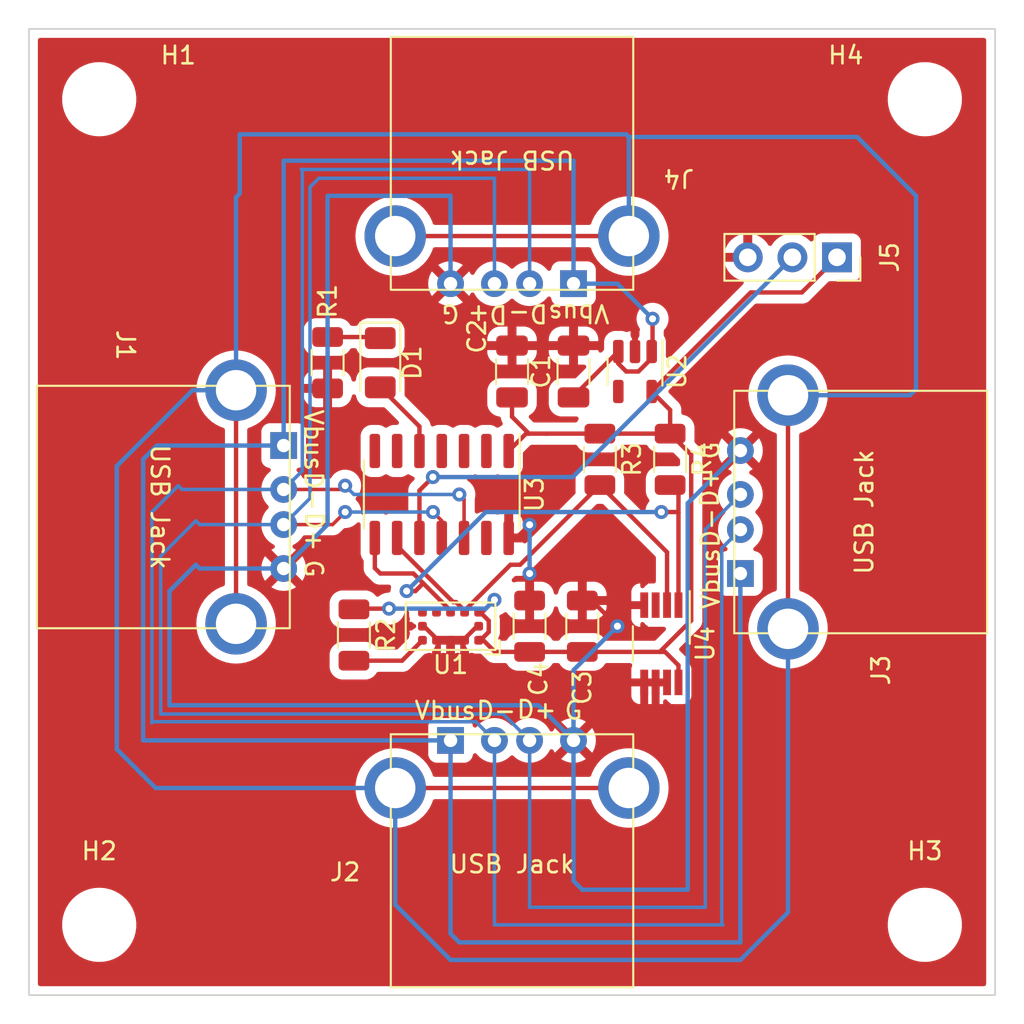
<source format=kicad_pcb>
(kicad_pcb (version 20211014) (generator pcbnew)
  (title_block (comment 4 "AISLER Project ID: PHQSXPLI"))
  (layers (0 "F.Cu" signal) (31 "B.Cu" signal) (34 "B.Paste" user) (35 "F.Paste" user) (36 "B.SilkS" user "B.Silkscreen") (37 "F.SilkS" user "F.Silkscreen") (38 "B.Mask" user) (39 "F.Mask" user) (44 "Edge.Cuts" user))
  (net 0 "")
  (net 1 "VCC")
  (net 2 "D-")
  (net 3 "D+")
  (net 4 "GND")
  (net 5 "+3V3")
  (net 6 "Net-(D1-Pad1)")
  (net 7 "Net-(D1-Pad2)")
  (net 8 "Shield")
  (net 9 "Net-(J5-Pad2)")
  (net 10 "Net-(U1-Pad5)")
  (net 11 "SCL")
  (net 12 "SDA")
  (footprint "Library_USB_A:Conn_USB_A_Jack" (layer "F.Cu") (at 76.5 63 90)
    (fp_text reference "J3" (at -9 8 90 unlocked) (layer "F.SilkS"))
    (fp_text value "USB_A")
    (fp_text user "G" (at 3.5 -1.7 90 unlocked) (layer "F.SilkS"))
    (fp_text user "D+" (at 1.4 -1.75 90 unlocked) (layer "F.SilkS"))
    (fp_text user "D-" (at -0.9 -1.7 90 unlocked) (layer "F.SilkS"))
    (fp_text user "USB Jack" (at 0 7.05 90 unlocked) (layer "F.SilkS"))
    (fp_text user "Vbus" (at -3.8 -1.7 90 unlocked) (layer "F.SilkS"))
    (fp_rect (start -6.9 -0.35) (end 6.9 14.05) (layer "F.SilkS") (width 0.12) (fill none))
    (pad "1" thru_hole rect (at -3.5 0 90) (size 1.524 1.524) (drill 0.762) (layers *.Cu *.Mask) (net 1 "VCC"))
    (pad "2" thru_hole circle (at -1 0 90) (size 1.524 1.524) (drill 0.762) (layers *.Cu *.Mask) (net 2 "D-"))
    (pad "3" thru_hole circle (at 1 0 90) (size 1.524 1.524) (drill 0.762) (layers *.Cu *.Mask) (net 3 "D+"))
    (pad "4" thru_hole circle (at 3.5 0 90) (size 1.524 1.524) (drill 0.762) (layers *.Cu *.Mask) (net 4 "GND"))
    (pad "5" thru_hole circle (at -6.65 2.71 90) (size 3.5 3.5) (drill 2.3) (layers *.Cu *.Mask) (net 8 "Shield"))
    (pad "5" thru_hole circle (at 6.65 2.71 90) (size 3.5 3.5) (drill 2.3) (layers *.Cu *.Mask) (net 8 "Shield"))
  )
  (footprint "Package_SO:SOIC-14_3.9x8.7mm_P1.27mm" (layer "F.Cu") (at 59.5 62 -90)
    (fp_text reference "U3" (at 0 -5.28 90) (layer "F.SilkS"))
    (fp_text value "ATtiny1614-SS")
    (fp_line (start 0 -4.435) (end 1.95 -4.435) (layer "F.SilkS") (width 0.12))
    (fp_line (start 0 -4.435) (end -3.45 -4.435) (layer "F.SilkS") (width 0.12))
    (fp_line (start 0 4.435) (end -1.95 4.435) (layer "F.SilkS") (width 0.12))
    (fp_line (start 0 4.435) (end 1.95 4.435) (layer "F.SilkS") (width 0.12))
    (pad "1" smd roundrect (at -2.475 -3.81 270) (size 1.95 0.6) (layers "F.Cu" "F.Paste" "F.Mask") (net 5 "+3V3"))
    (pad "2" smd roundrect (at -2.475 -2.54 270) (size 1.95 0.6) (layers "F.Cu" "F.Paste" "F.Mask"))
    (pad "3" smd roundrect (at -2.475 -1.27 270) (size 1.95 0.6) (layers "F.Cu" "F.Paste" "F.Mask"))
    (pad "4" smd roundrect (at -2.475 0 270) (size 1.95 0.6) (layers "F.Cu" "F.Paste" "F.Mask"))
    (pad "5" smd roundrect (at -2.475 1.27 270) (size 1.95 0.6) (layers "F.Cu" "F.Paste" "F.Mask") (net 7 "Net-(D1-Pad2)"))
    (pad "6" smd roundrect (at -2.475 2.54 270) (size 1.95 0.6) (layers "F.Cu" "F.Paste" "F.Mask"))
    (pad "7" smd roundrect (at -2.475 3.81 270) (size 1.95 0.6) (layers "F.Cu" "F.Paste" "F.Mask"))
    (pad "8" smd roundrect (at 2.475 3.81 270) (size 1.95 0.6) (layers "F.Cu" "F.Paste" "F.Mask") (net 12 "SDA"))
    (pad "9" smd roundrect (at 2.475 2.54 270) (size 1.95 0.6) (layers "F.Cu" "F.Paste" "F.Mask") (net 11 "SCL"))
    (pad "10" smd roundrect (at 2.475 1.27 270) (size 1.95 0.6) (layers "F.Cu" "F.Paste" "F.Mask") (net 9 "Net-(J5-Pad2)"))
    (pad "11" smd roundrect (at 2.475 0 270) (size 1.95 0.6) (layers "F.Cu" "F.Paste" "F.Mask") (net 3 "D+"))
    (pad "12" smd roundrect (at 2.475 -1.27 270) (size 1.95 0.6) (layers "F.Cu" "F.Paste" "F.Mask") (net 2 "D-"))
    (pad "13" smd roundrect (at 2.475 -2.54 270) (size 1.95 0.6) (layers "F.Cu" "F.Paste" "F.Mask"))
    (pad "14" smd roundrect (at 2.475 -3.81 270) (size 1.95 0.6) (layers "F.Cu" "F.Paste" "F.Mask") (net 4 "GND"))
  )
  (footprint "Package_SO:VSSOP-8_3.0x3.0mm_P0.65mm" (layer "F.Cu") (at 72 70.5 -90)
    (fp_text reference "U4" (at 0 -2.5 90) (layer "F.SilkS"))
    (fp_text value "LM75B")
    (fp_line (start 0 -1.62) (end -3 -1.62) (layer "F.SilkS") (width 0.12))
    (fp_line (start 1 1.62) (end -1 1.62) (layer "F.SilkS") (width 0.12))
    (pad "1" smd rect (at -2.2 -0.975 180) (size 0.45 1.45) (layers "F.Cu" "F.Paste" "F.Mask") (net 12 "SDA"))
    (pad "2" smd rect (at -2.2 -0.325 180) (size 0.45 1.45) (layers "F.Cu" "F.Paste" "F.Mask") (net 11 "SCL"))
    (pad "3" smd rect (at -2.2 0.325 180) (size 0.45 1.45) (layers "F.Cu" "F.Paste" "F.Mask"))
    (pad "4" smd rect (at -2.2 0.975 180) (size 0.45 1.45) (layers "F.Cu" "F.Paste" "F.Mask") (net 4 "GND"))
    (pad "5" smd rect (at 2.2 0.975 180) (size 0.45 1.45) (layers "F.Cu" "F.Paste" "F.Mask") (net 4 "GND"))
    (pad "6" smd rect (at 2.2 0.325 180) (size 0.45 1.45) (layers "F.Cu" "F.Paste" "F.Mask") (net 4 "GND"))
    (pad "7" smd rect (at 2.2 -0.325 180) (size 0.45 1.45) (layers "F.Cu" "F.Paste" "F.Mask") (net 4 "GND"))
    (pad "8" smd rect (at 2.2 -0.975 180) (size 0.45 1.45) (layers "F.Cu" "F.Paste" "F.Mask") (net 5 "+3V3"))
  )
  (footprint "Library_USB_A:Conn_USB_A_Jack" (layer "F.Cu") (at 63.5 76)
    (fp_text reference "J2" (at -9.5 7.5 unlocked) (layer "F.SilkS"))
    (fp_text value "USB_A")
    (fp_text user "USB Jack" (at 0 7.05 unlocked) (layer "F.SilkS"))
    (fp_text user "D-" (at -0.9 -1.7 unlocked) (layer "F.SilkS"))
    (fp_text user "D+" (at 1.4 -1.75 unlocked) (layer "F.SilkS"))
    (fp_text user "Vbus" (at -3.8 -1.7 unlocked) (layer "F.SilkS"))
    (fp_text user "G" (at 3.5 -1.7 unlocked) (layer "F.SilkS"))
    (fp_rect (start -6.9 -0.35) (end 6.9 14.05) (layer "F.SilkS") (width 0.12) (fill none))
    (pad "1" thru_hole rect (at -3.5 0) (size 1.524 1.524) (drill 0.762) (layers *.Cu *.Mask) (net 1 "VCC"))
    (pad "2" thru_hole circle (at -1 0) (size 1.524 1.524) (drill 0.762) (layers *.Cu *.Mask) (net 2 "D-"))
    (pad "3" thru_hole circle (at 1 0) (size 1.524 1.524) (drill 0.762) (layers *.Cu *.Mask) (net 3 "D+"))
    (pad "4" thru_hole circle (at 3.5 0) (size 1.524 1.524) (drill 0.762) (layers *.Cu *.Mask) (net 4 "GND"))
    (pad "5" thru_hole circle (at 6.65 2.71) (size 3.5 3.5) (drill 2.3) (layers *.Cu *.Mask) (net 8 "Shield"))
    (pad "5" thru_hole circle (at -6.65 2.71) (size 3.5 3.5) (drill 2.3) (layers *.Cu *.Mask) (net 8 "Shield"))
  )
  (footprint "Resistor_SMD:R_1206_3216Metric" (layer "F.Cu") (at 72.5 60 -90)
    (fp_text reference "R4" (at 0 -1.82 90) (layer "F.SilkS"))
    (fp_text value "4k7")
    (fp_line (start -0.727064 -0.91) (end 0.727064 -0.91) (layer "F.SilkS") (width 0.12))
    (fp_line (start -0.727064 0.91) (end 0.727064 0.91) (layer "F.SilkS") (width 0.12))
    (pad "1" smd roundrect (at -1.4625 0 270) (size 1.125 1.75) (layers "F.Cu" "F.Paste" "F.Mask") (roundrect_rratio 0.2222222222) (net 5 "+3V3"))
    (pad "2" smd roundrect (at 1.4625 0 270) (size 1.125 1.75) (layers "F.Cu" "F.Paste" "F.Mask") (roundrect_rratio 0.2222222222) (net 12 "SDA"))
  )
  (footprint "MountingHole:MountingHole_3.2mm_M3" (layer "F.Cu") (at 40 39.5)
    (fp_text reference "H1" (at 4.5 -2.5) (layer "F.SilkS"))
    (fp_text value "MountingHole")
    (pad "" np_thru_hole circle (at 0 0) (size 3.2 3.2) (drill 3.2) (layers *.Cu *.Mask))
  )
  (footprint "Connector_PinSocket_2.54mm:PinSocket_1x03_P2.54mm_Vertical" (layer "F.Cu") (at 82 48.5 -90)
    (fp_text reference "J5" (at 0 -3 90) (layer "F.SilkS"))
    (fp_text value "Conn_01x03_Female")
    (fp_line (start 1.33 1.27) (end 1.33 6.41) (layer "F.SilkS") (width 0.12))
    (fp_line (start -1.33 1.27) (end 1.33 1.27) (layer "F.SilkS") (width 0.12))
    (fp_line (start 0 -1.33) (end 1.33 -1.33) (layer "F.SilkS") (width 0.12))
    (fp_line (start -1.33 1.27) (end -1.33 6.41) (layer "F.SilkS") (width 0.12))
    (fp_line (start 1.33 -1.33) (end 1.33 0) (layer "F.SilkS") (width 0.12))
    (fp_line (start -1.33 6.41) (end 1.33 6.41) (layer "F.SilkS") (width 0.12))
    (pad "1" thru_hole rect (at 0 0 270) (size 1.7 1.7) (drill 1) (layers *.Cu *.Mask) (net 5 "+3V3"))
    (pad "2" thru_hole oval (at 0 2.54 270) (size 1.7 1.7) (drill 1) (layers *.Cu *.Mask) (net 9 "Net-(J5-Pad2)"))
    (pad "3" thru_hole oval (at 0 5.08 270) (size 1.7 1.7) (drill 1) (layers *.Cu *.Mask) (net 4 "GND"))
  )
  (footprint "Package_TO_SOT_SMD:SOT-23-5" (layer "F.Cu") (at 70.5 55 -90)
    (fp_text reference "U2" (at 0 -2.4 90) (layer "F.SilkS"))
    (fp_text value "LP5907MFX-3.3")
    (fp_line (start 0 1.56) (end 0.8 1.56) (layer "F.SilkS") (width 0.12))
    (fp_line (start 0 -1.56) (end 0.8 -1.56) (layer "F.SilkS") (width 0.12))
    (fp_line (start 0 1.56) (end -0.8 1.56) (layer "F.SilkS") (width 0.12))
    (fp_line (start 0 -1.56) (end -1.8 -1.56) (layer "F.SilkS") (width 0.12))
    (pad "1" smd roundrect (at -1.1375 -0.95 270) (size 1.325 0.6) (layers "F.Cu" "F.Paste" "F.Mask") (net 1 "VCC"))
    (pad "2" smd roundrect (at -1.1375 0 270) (size 1.325 0.6) (layers "F.Cu" "F.Paste" "F.Mask") (net 4 "GND"))
    (pad "3" smd roundrect (at -1.1375 0.95 270) (size 1.325 0.6) (layers "F.Cu" "F.Paste" "F.Mask") (net 1 "VCC"))
    (pad "4" smd roundrect (at 1.1375 0.95 270) (size 1.325 0.6) (layers "F.Cu" "F.Paste" "F.Mask"))
    (pad "5" smd roundrect (at 1.1375 -0.95 270) (size 1.325 0.6) (layers "F.Cu" "F.Paste" "F.Mask") (net 5 "+3V3"))
  )
  (footprint "LED_SMD:LED_1206_3216Metric" (layer "F.Cu") (at 56 54.5 -90)
    (fp_text reference "D1" (at 0 -1.82 90) (layer "F.SilkS"))
    (fp_text value "LED")
    (fp_line (start -2.285 -1.135) (end -2.285 1.135) (layer "F.SilkS") (width 0.12))
    (fp_line (start -2.285 1.135) (end 1.6 1.135) (layer "F.SilkS") (width 0.12))
    (fp_line (start 1.6 -1.135) (end -2.285 -1.135) (layer "F.SilkS") (width 0.12))
    (pad "1" smd roundrect (at -1.4 0 270) (size 1.25 1.75) (layers "F.Cu" "F.Paste" "F.Mask") (roundrect_rratio 0.2) (net 6 "Net-(D1-Pad1)"))
    (pad "2" smd roundrect (at 1.4 0 270) (size 1.25 1.75) (layers "F.Cu" "F.Paste" "F.Mask") (roundrect_rratio 0.2) (net 7 "Net-(D1-Pad2)"))
  )
  (footprint "Resistor_SMD:R_1206_3216Metric" (layer "F.Cu") (at 54.5 70 -90)
    (fp_text reference "R2" (at 0 -1.82 90) (layer "F.SilkS"))
    (fp_text value "10k")
    (fp_line (start -0.727064 0.91) (end 0.727064 0.91) (layer "F.SilkS") (width 0.12))
    (fp_line (start -0.727064 -0.91) (end 0.727064 -0.91) (layer "F.SilkS") (width 0.12))
    (pad "1" smd roundrect (at -1.4625 0 270) (size 1.125 1.75) (layers "F.Cu" "F.Paste" "F.Mask") (roundrect_rratio 0.2222222222) (net 5 "+3V3"))
    (pad "2" smd roundrect (at 1.4625 0 270) (size 1.125 1.75) (layers "F.Cu" "F.Paste" "F.Mask") (roundrect_rratio 0.2222222222) (net 10 "Net-(U1-Pad5)"))
  )
  (footprint "Library_USB_A:Conn_USB_A_Jack" (layer "F.Cu") (at 63.5 50 180)
    (fp_text reference "J4" (at -9.5 6 180 unlocked) (layer "F.SilkS"))
    (fp_text value "USB_A")
    (fp_text user "G" (at 3.5 -1.7 180 unlocked) (layer "F.SilkS"))
    (fp_text user "D+" (at 1.4 -1.75 180 unlocked) (layer "F.SilkS"))
    (fp_text user "D-" (at -0.9 -1.7 180 unlocked) (layer "F.SilkS"))
    (fp_text user "Vbus" (at -3.8 -1.7 180 unlocked) (layer "F.SilkS"))
    (fp_text user "USB Jack" (at 0 7.05 180 unlocked) (layer "F.SilkS"))
    (fp_rect (start -6.9 -0.35) (end 6.9 14.05) (layer "F.SilkS") (width 0.12) (fill none))
    (pad "1" thru_hole rect (at -3.5 0 180) (size 1.524 1.524) (drill 0.762) (layers *.Cu *.Mask) (net 1 "VCC"))
    (pad "2" thru_hole circle (at -1 0 180) (size 1.524 1.524) (drill 0.762) (layers *.Cu *.Mask) (net 2 "D-"))
    (pad "3" thru_hole circle (at 1 0 180) (size 1.524 1.524) (drill 0.762) (layers *.Cu *.Mask) (net 3 "D+"))
    (pad "4" thru_hole circle (at 3.5 0 180) (size 1.524 1.524) (drill 0.762) (layers *.Cu *.Mask) (net 4 "GND"))
    (pad "5" thru_hole circle (at -6.65 2.71 180) (size 3.5 3.5) (drill 2.3) (layers *.Cu *.Mask) (net 8 "Shield"))
    (pad "5" thru_hole circle (at 6.65 2.71 180) (size 3.5 3.5) (drill 2.3) (layers *.Cu *.Mask) (net 8 "Shield"))
  )
  (footprint "Sensor_Distance:ST_VL53L1x" (layer "F.Cu") (at 60 69.5 180)
    (fp_text reference "U1" (at 0 -2.2) (layer "F.SilkS"))
    (fp_text value "VL53L1CXV0FY1")
    (fp_line (start 2.55 -1.35) (end -2.55 -1.35) (layer "F.SilkS") (width 0.12))
    (fp_line (start -2.55 -1.35) (end -2.55 1.35) (layer "F.SilkS") (width 0.12))
    (fp_line (start -2.8 -1.6) (end -2 -1.6) (layer "F.SilkS") (width 0.12))
    (fp_line (start 2.55 1.35) (end 2.55 -1.35) (layer "F.SilkS") (width 0.12))
    (fp_line (start -2.55 1.35) (end 2.55 1.35) (layer "F.SilkS") (width 0.12))
    (fp_line (start -2.8 -0.8) (end -2.8 -1.6) (layer "F.SilkS") (width 0.12))
    (pad "1" smd roundrect (at -1.74 -0.675 180) (size 0.38 0.25) (layers "F.Cu" "F.Paste" "F.Mask") (net 5 "+3V3"))
    (pad "1" smd roundrect (at -1.6 -0.8 180) (size 0.5 0.5) (layers "F.Cu" "F.Paste" "F.Mask") (net 5 "+3V3"))
    (pad "2" smd roundrect (at -0.8 -0.8 180) (size 0.5 0.5) (layers "F.Cu" "F.Paste" "F.Mask") (net 4 "GND"))
    (pad "3" smd roundrect (at 0 -0.8 180) (size 0.5 0.5) (layers "F.Cu" "F.Paste" "F.Mask") (net 4 "GND"))
    (pad "4" smd roundrect (at 0.8 -0.8 180) (size 0.5 0.5) (layers "F.Cu" "F.Paste" "F.Mask") (net 4 "GND"))
    (pad "5" smd roundrect (at 1.6 -0.8 180) (size 0.5 0.5) (layers "F.Cu" "F.Paste" "F.Mask") (net 10 "Net-(U1-Pad5)"))
    (pad "6" smd roundrect (at 1.6 0 180) (size 0.5 0.5) (layers "F.Cu" "F.Paste" "F.Mask") (net 4 "GND"))
    (pad "7" smd roundrect (at 1.6 0.8 180) (size 0.5 0.5) (layers "F.Cu" "F.Paste" "F.Mask"))
    (pad "8" smd roundrect (at 0.8 0.8 180) (size 0.5 0.5) (layers "F.Cu" "F.Paste" "F.Mask"))
    (pad "9" smd roundrect (at 0 0.8 180) (size 0.5 0.5) (layers "F.Cu" "F.Paste" "F.Mask") (net 12 "SDA"))
    (pad "10" smd roundrect (at -0.8 0.8 180) (size 0.5 0.5) (layers "F.Cu" "F.Paste" "F.Mask") (net 11 "SCL"))
    (pad "11" smd roundrect (at -1.6 0.8 180) (size 0.5 0.5) (layers "F.Cu" "F.Paste" "F.Mask") (net 5 "+3V3"))
    (pad "12" smd roundrect (at -1.6 0 180) (size 0.5 0.5) (layers "F.Cu" "F.Paste" "F.Mask") (net 4 "GND"))
  )
  (footprint "Resistor_SMD:R_1206_3216Metric" (layer "F.Cu") (at 64.5 69.5 90)
    (fp_text reference "C4" (at -3 0.5 90) (layer "F.SilkS"))
    (fp_text value "4.7u")
    (fp_line (start -0.727064 -0.91) (end 0.727064 -0.91) (layer "F.SilkS") (width 0.12))
    (fp_line (start -0.727064 0.91) (end 0.727064 0.91) (layer "F.SilkS") (width 0.12))
    (pad "1" smd roundrect (at -1.4625 0 90) (size 1.125 1.75) (layers "F.Cu" "F.Paste" "F.Mask") (roundrect_rratio 0.2222222222) (net 5 "+3V3"))
    (pad "2" smd roundrect (at 1.4625 0 90) (size 1.125 1.75) (layers "F.Cu" "F.Paste" "F.Mask") (roundrect_rratio 0.2222222222) (net 4 "GND"))
  )
  (footprint "MountingHole:MountingHole_3.2mm_M3" (layer "F.Cu") (at 87 86.5)
    (fp_text reference "H3" (at 0 -4.2) (layer "F.SilkS"))
    (fp_text value "MountingHole")
    (pad "" np_thru_hole circle (at 0 0) (size 3.2 3.2) (drill 3.2) (layers *.Cu *.Mask))
  )
  (footprint "Resistor_SMD:R_1206_3216Metric" (layer "F.Cu") (at 53 54.5 -90)
    (fp_text reference "R1" (at -3.5 0 90) (layer "F.SilkS"))
    (fp_text value "75")
    (fp_line (start -0.727064 -0.91) (end 0.727064 -0.91) (layer "F.SilkS") (width 0.12))
    (fp_line (start -0.727064 0.91) (end 0.727064 0.91) (layer "F.SilkS") (width 0.12))
    (pad "1" smd roundrect (at -1.4625 0 270) (size 1.125 1.75) (layers "F.Cu" "F.Paste" "F.Mask") (roundrect_rratio 0.2222222222) (net 6 "Net-(D1-Pad1)"))
    (pad "2" smd roundrect (at 1.4625 0 270) (size 1.125 1.75) (layers "F.Cu" "F.Paste" "F.Mask") (roundrect_rratio 0.2222222222) (net 4 "GND"))
  )
  (footprint "Resistor_SMD:R_1206_3216Metric" (layer "F.Cu") (at 68.5 60 -90)
    (fp_text reference "R3" (at 0 -1.82 90) (layer "F.SilkS"))
    (fp_text value "4k7")
    (fp_line (start -0.727064 -0.91) (end 0.727064 -0.91) (layer "F.SilkS") (width 0.12))
    (fp_line (start -0.727064 0.91) (end 0.727064 0.91) (layer "F.SilkS") (width 0.12))
    (pad "1" smd roundrect (at -1.4625 0 270) (size 1.125 1.75) (layers "F.Cu" "F.Paste" "F.Mask") (roundrect_rratio 0.2222222222) (net 5 "+3V3"))
    (pad "2" smd roundrect (at 1.4625 0 270) (size 1.125 1.75) (layers "F.Cu" "F.Paste" "F.Mask") (roundrect_rratio 0.2222222222) (net 11 "SCL"))
  )
  (footprint "MountingHole:MountingHole_3.2mm_M3" (layer "F.Cu") (at 40 86.5)
    (fp_text reference "H2" (at 0 -4.2) (layer "F.SilkS"))
    (fp_text value "MountingHole")
    (pad "" np_thru_hole circle (at 0 0) (size 3.2 3.2) (drill 3.2) (layers *.Cu *.Mask))
  )
  (footprint "MountingHole:MountingHole_3.2mm_M3" (layer "F.Cu") (at 87 39.5)
    (fp_text reference "H4" (at -4.5 -2.5) (layer "F.SilkS"))
    (fp_text value "MountingHole")
    (pad "" np_thru_hole circle (at 0 0) (size 3.2 3.2) (drill 3.2) (layers *.Cu *.Mask))
  )
  (footprint "Capacitor_SMD:C_1206_3216Metric" (layer "F.Cu") (at 67 55 90)
    (fp_text reference "C1" (at 0 -1.85 90) (layer "F.SilkS"))
    (fp_text value "1u")
    (fp_line (start -0.711252 -0.91) (end 0.711252 -0.91) (layer "F.SilkS") (width 0.12))
    (fp_line (start -0.711252 0.91) (end 0.711252 0.91) (layer "F.SilkS") (width 0.12))
    (pad "1" smd roundrect (at -1.475 0 90) (size 1.15 1.8) (layers "F.Cu" "F.Paste" "F.Mask") (roundrect_rratio 0.2173913043) (net 1 "VCC"))
    (pad "2" smd roundrect (at 1.475 0 90) (size 1.15 1.8) (layers "F.Cu" "F.Paste" "F.Mask") (roundrect_rratio 0.2173913043) (net 4 "GND"))
  )
  (footprint "Resistor_SMD:R_1206_3216Metric" (layer "F.Cu") (at 67.5 69.5 90)
    (fp_text reference "C3" (at -3.5 0 90) (layer "F.SilkS"))
    (fp_text value "100n")
    (fp_line (start -0.727064 0.91) (end 0.727064 0.91) (layer "F.SilkS") (width 0.12))
    (fp_line (start -0.727064 -0.91) (end 0.727064 -0.91) (layer "F.SilkS") (width 0.12))
    (pad "1" smd roundrect (at -1.4625 0 90) (size 1.125 1.75) (layers "F.Cu" "F.Paste" "F.Mask") (roundrect_rratio 0.2222222222) (net 5 "+3V3"))
    (pad "2" smd roundrect (at 1.4625 0 90) (size 1.125 1.75) (layers "F.Cu" "F.Paste" "F.Mask") (roundrect_rratio 0.2222222222) (net 4 "GND"))
  )
  (footprint "Capacitor_SMD:C_1206_3216Metric" (layer "F.Cu") (at 63.5 55 90)
    (fp_text reference "C2" (at 2 -2 90) (layer "F.SilkS"))
    (fp_text value "1u")
    (fp_line (start -0.711252 0.91) (end 0.711252 0.91) (layer "F.SilkS") (width 0.12))
    (fp_line (start -0.711252 -0.91) (end 0.711252 -0.91) (layer "F.SilkS") (width 0.12))
    (pad "1" smd roundrect (at -1.475 0 90) (size 1.15 1.8) (layers "F.Cu" "F.Paste" "F.Mask") (roundrect_rratio 0.2173913043) (net 5 "+3V3"))
    (pad "2" smd roundrect (at 1.475 0 90) (size 1.15 1.8) (layers "F.Cu" "F.Paste" "F.Mask") (roundrect_rratio 0.2173913043) (net 4 "GND"))
  )
  (footprint "Library_USB_A:Conn_USB_A_Jack" (layer "F.Cu") (at 50.5 62.715 -90)
    (fp_text reference "J1" (at -9.215 9 -90 unlocked) (layer "F.SilkS"))
    (fp_text value "USB_A")
    (fp_text user "Vbus" (at -3.8 -1.7 -90 unlocked) (layer "F.SilkS"))
    (fp_text user "USB Jack" (at 0 7.05 -90 unlocked) (layer "F.SilkS"))
    (fp_text user "D+" (at 1.4 -1.75 -90 unlocked) (layer "F.SilkS"))
    (fp_text user "G" (at 3.5 -1.7 -90 unlocked) (layer "F.SilkS"))
    (fp_text user "D-" (at -0.9 -1.7 -90 unlocked) (layer "F.SilkS"))
    (fp_rect (start -6.9 -0.35) (end 6.9 14.05) (layer "F.SilkS") (width 0.12) (fill none))
    (pad "1" thru_hole rect (at -3.5 0 270) (size 1.524 1.524) (drill 0.762) (layers *.Cu *.Mask) (net 1 "VCC"))
    (pad "2" thru_hole circle (at -1 0 270) (size 1.524 1.524) (drill 0.762) (layers *.Cu *.Mask) (net 2 "D-"))
    (pad "3" thru_hole circle (at 1 0 270) (size 1.524 1.524) (drill 0.762) (layers *.Cu *.Mask) (net 3 "D+"))
    (pad "4" thru_hole circle (at 3.5 0 270) (size 1.524 1.524) (drill 0.762) (layers *.Cu *.Mask) (net 4 "GND"))
    (pad "5" thru_hole circle (at 6.65 2.71 270) (size 3.5 3.5) (drill 2.3) (layers *.Cu *.Mask) (net 8 "Shield"))
    (pad "5" thru_hole circle (at -6.65 2.71 270) (size 3.5 3.5) (drill 2.3) (layers *.Cu *.Mask) (net 8 "Shield"))
  )
  (gr_rect (start 36 35.5) (end 91 90.5) (layer "Edge.Cuts") (width 0.1) (fill none))
  (segment (start 71.45 53.8625) (end 71.45 54.246072) (width 0.25) (layer "F.Cu") (net 1))
  (segment (start 71.5 53.8125) (end 71.45 53.8625) (width 0.25) (layer "F.Cu") (net 1))
  (segment (start 67 56.475) (end 67 56.4125) (width 0.25) (layer "F.Cu") (net 1))
  (segment (start 71.5 52) (end 71.5 53.8125) (width 0.25) (layer "F.Cu") (net 1))
  (segment (start 70 55) (end 69.55 54.55) (width 0.25) (layer "F.Cu") (net 1))
  (segment (start 69.55 54.55) (end 69.55 53.8625) (width 0.25) (layer "F.Cu") (net 1))
  (segment (start 67 56.4125) (end 69.55 53.8625) (width 0.25) (layer "F.Cu") (net 1))
  (segment (start 71.45 54.246072) (end 70.696072 55) (width 0.25) (layer "F.Cu") (net 1))
  (segment (start 70.696072 55) (end 70 55) (width 0.25) (layer "F.Cu") (net 1))
  (via (at 71.5 52) (size 0.8) (drill 0.4) (layers "F.Cu" "B.Cu") (net 1))
  (segment (start 76.5 66.5) (end 76.5 87.5) (width 0.25) (layer "B.Cu") (net 1))
  (segment (start 42.5 60) (end 43.285 59.215) (width 0.25) (layer "B.Cu") (net 1))
  (segment (start 67 50) (end 69.5 50) (width 0.25) (layer "B.Cu") (net 1))
  (segment (start 45.715 59.215) (end 50.5 59.215) (width 0.25) (layer "B.Cu") (net 1))
  (segment (start 43.285 59.215) (end 45.715 59.215) (width 0.25) (layer "B.Cu") (net 1))
  (segment (start 60 87) (end 60 76) (width 0.25) (layer "B.Cu") (net 1))
  (segment (start 67 43) (end 67 50) (width 0.25) (layer "B.Cu") (net 1))
  (segment (start 69.5 50) (end 71.5 52) (width 0.25) (layer "B.Cu") (net 1))
  (segment (start 50.5 59.215) (end 50.5 43) (width 0.25) (layer "B.Cu") (net 1))
  (segment (start 76.5 87.5) (end 60.5 87.5) (width 0.25) (layer "B.Cu") (net 1))
  (segment (start 60 76) (end 42.5 76) (width 0.25) (layer "B.Cu") (net 1))
  (segment (start 60.5 87.5) (end 60 87) (width 0.25) (layer "B.Cu") (net 1))
  (segment (start 42.5 76) (end 42.5 60) (width 0.25) (layer "B.Cu") (net 1))
  (segment (start 50.5 43) (end 67 43) (width 0.25) (layer "B.Cu") (net 1))
  (segment (start 54 61.5) (end 53.785 61.715) (width 0.2) (layer "F.Cu") (net 2))
  (segment (start 60.77 62.27) (end 60.5 62) (width 0.2) (layer "F.Cu") (net 2))
  (segment (start 53.785 61.715) (end 50.5 61.715) (width 0.2) (layer "F.Cu") (net 2))
  (segment (start 60.77 64.475) (end 60.77 62.27) (width 0.2) (layer "F.Cu") (net 2))
  (via (at 60.5 62) (size 0.8) (drill 0.4) (layers "F.Cu" "B.Cu") (net 2))
  (via (at 54 61.5) (size 0.8) (drill 0.4) (layers "F.Cu" "B.Cu") (net 2))
  (segment (start 76.5 64) (end 75.438489 65.061511) (width 0.2) (layer "B.Cu") (net 2))
  (segment (start 75.438489 86.438489) (end 75.5 86.5) (width 0.2) (layer "B.Cu") (net 2))
  (segment (start 54.5 62) (end 54 61.5) (width 0.2) (layer "B.Cu") (net 2))
  (segment (start 50.5 61.715) (end 51.561511 60.653489) (width 0.2) (layer "B.Cu") (net 2))
  (segment (start 62.5 76) (end 61.438489 74.938489) (width 0.2) (layer "B.Cu") (net 2))
  (segment (start 43 75) (end 43 63) (width 0.2) (layer "B.Cu") (net 2))
  (segment (start 75.5 86.5) (end 62.5 86.5) (width 0.2) (layer "B.Cu") (net 2))
  (segment (start 51.5 43.5) (end 64.5 43.5) (width 0.2) (layer "B.Cu") (net 2))
  (segment (start 75.438489 65.061511) (end 75.438489 86.438489) (width 0.2) (layer "B.Cu") (net 2))
  (segment (start 43 63) (end 44.5 61.5) (width 0.2) (layer "B.Cu") (net 2))
  (segment (start 51.561511 43.561511) (end 51.5 43.5) (width 0.2) (layer "B.Cu") (net 2))
  (segment (start 44.5 61.5) (end 44.715 61.715) (width 0.2) (layer "B.Cu") (net 2))
  (segment (start 61.438489 74.938489) (end 43.061511 74.938489) (width 0.2) (layer "B.Cu") (net 2))
  (segment (start 43.061511 74.938489) (end 43 75) (width 0.2) (layer "B.Cu") (net 2))
  (segment (start 44.715 61.715) (end 50.5 61.715) (width 0.2) (layer "B.Cu") (net 2))
  (segment (start 51.561511 60.653489) (end 51.561511 43.561511) (width 0.2) (layer "B.Cu") (net 2))
  (segment (start 60.5 62) (end 54.5 62) (width 0.2) (layer "B.Cu") (net 2))
  (segment (start 64.5 43.5) (end 64.5 50) (width 0.2) (layer "B.Cu") (net 2))
  (segment (start 62.5 86.5) (end 62.5 76) (width 0.2) (layer "B.Cu") (net 2))
  (segment (start 59.5 64.475) (end 59.5 63.5) (width 0.2) (layer "F.Cu") (net 3))
  (segment (start 54 63) (end 53.285 63.715) (width 0.2) (layer "F.Cu") (net 3))
  (segment (start 53.285 63.715) (end 50.5 63.715) (width 0.2) (layer "F.Cu") (net 3))
  (segment (start 59.5 63.5) (end 59 63) (width 0.2) (layer "F.Cu") (net 3))
  (via (at 54 63) (size 0.8) (drill 0.4) (layers "F.Cu" "B.Cu") (net 3))
  (via (at 59 63) (size 0.8) (drill 0.4) (layers "F.Cu" "B.Cu") (net 3))
  (segment (start 59 63) (end 54 63) (width 0.2) (layer "B.Cu") (net 3))
  (segment (start 64.5 85.5) (end 64.5 76) (width 0.2) (layer "B.Cu") (net 3))
  (segment (start 52.5 44) (end 62.5 44) (width 0.2) (layer "B.Cu") (net 3))
  (segment (start 64.5 76) (end 63 74.5) (width 0.2) (layer "B.Cu") (net 3))
  (segment (start 43.5 65.5) (end 45.5 63.5) (width 0.2) (layer "B.Cu") (net 3))
  (segment (start 43.5 74.5) (end 43.5 65.5) (width 0.2) (layer "B.Cu") (net 3))
  (segment (start 52 44.5) (end 52.5 44) (width 0.2) (layer "B.Cu") (net 3))
  (segment (start 50.5 63.715) (end 52 62.215) (width 0.2) (layer "B.Cu") (net 3))
  (segment (start 62.5 44) (end 62.5 50) (width 0.2) (layer "B.Cu") (net 3))
  (segment (start 63 74.5) (end 43.5 74.5) (width 0.2) (layer "B.Cu") (net 3))
  (segment (start 45.5 63.5) (end 45.715 63.715) (width 0.2) (layer "B.Cu") (net 3))
  (segment (start 74.5 64) (end 74.5 85.5) (width 0.2) (layer "B.Cu") (net 3))
  (segment (start 76.5 62) (end 74.5 64) (width 0.2) (layer "B.Cu") (net 3))
  (segment (start 45.715 63.715) (end 50.5 63.715) (width 0.2) (layer "B.Cu") (net 3))
  (segment (start 52 62.215) (end 52 44.5) (width 0.2) (layer "B.Cu") (net 3))
  (segment (start 74.5 85.5) (end 64.5 85.5) (width 0.2) (layer "B.Cu") (net 3))
  (segment (start 59.2 70.214283) (end 59.2 70.3) (width 0.25) (layer "F.Cu") (net 4))
  (segment (start 58.4 69.5) (end 58.485717 69.5) (width 0.25) (layer "F.Cu") (net 4))
  (segment (start 60.8 70.214283) (end 60.8 70.3) (width 0.25) (layer "F.Cu") (net 4))
  (segment (start 67.5 68.0375) (end 68.0375 68.0375) (width 0.25) (layer "F.Cu") (net 4))
  (segment (start 61.514283 69.5) (end 60.8 70.214283) (width 0.25) (layer "F.Cu") (net 4))
  (segment (start 63.7495 64.475) (end 64.5 63.7245) (width 0.25) (layer "F.Cu") (net 4))
  (segment (start 63.31 64.475) (end 63.7495 64.475) (width 0.25) (layer "F.Cu") (net 4))
  (segment (start 61.6 69.5) (end 61.514283 69.5) (width 0.25) (layer "F.Cu") (net 4))
  (segment (start 68.0375 68.0375) (end 69.5 69.5) (width 0.25) (layer "F.Cu") (net 4))
  (segment (start 58.485717 69.5) (end 59.2 70.214283) (width 0.25) (layer "F.Cu") (net 4))
  (via (at 64.5 63.7245) (size 0.8) (drill 0.4) (layers "F.Cu" "B.Cu") (net 4))
  (via (at 64.5 66.5) (size 0.8) (drill 0.4) (layers "F.Cu" "B.Cu") (net 4))
  (via (at 69.5 69.5) (size 0.8) (drill 0.4) (layers "F.Cu" "B.Cu") (net 4))
  (segment (start 67 84) (end 67 76) (width 0.25) (layer "B.Cu") (net 4))
  (segment (start 45.715 66.215) (end 50.5 66.215) (width 0.25) (layer "B.Cu") (net 4))
  (segment (start 64.5 63.7245) (end 64.5 66.5) (width 0.25) (layer "B.Cu") (net 4))
  (segment (start 45.5 66) (end 45.715 66.215) (width 0.25) (layer "B.Cu") (net 4))
  (segment (start 69.5 69.5) (end 67 72) (width 0.25) (layer "B.Cu") (net 4))
  (segment (start 67.5 84.5) (end 67 84) (width 0.25) (layer "B.Cu") (net 4))
  (segment (start 67 72) (end 67 76) (width 0.25) (layer "B.Cu") (net 4))
  (segment (start 53 45) (end 60 45) (width 0.25) (layer "B.Cu") (net 4))
  (segment (start 65 74) (end 44 74) (width 0.25) (layer "B.Cu") (net 4))
  (segment (start 44 67.5) (end 45.5 66) (width 0.25) (layer "B.Cu") (net 4))
  (segment (start 76.5 59.5) (end 73.5 62.5) (width 0.25) (layer "B.Cu") (net 4))
  (segment (start 44 74) (end 44 67.5) (width 0.25) (layer "B.Cu") (net 4))
  (segment (start 60 45) (end 60 50) (width 0.25) (layer "B.Cu") (net 4))
  (segment (start 50.5 66.215) (end 53 63.715) (width 0.25) (layer "B.Cu") (net 4))
  (segment (start 53 63.715) (end 53 45) (width 0.25) (layer "B.Cu") (net 4))
  (segment (start 67 76) (end 65 74) (width 0.25) (layer "B.Cu") (net 4))
  (segment (start 73.5 62.5) (end 73.5 84.5) (width 0.25) (layer "B.Cu") (net 4))
  (segment (start 73.5 84.5) (end 67.5 84.5) (width 0.25) (layer "B.Cu") (net 4))
  (segment (start 71.911522 70.9625) (end 73.69952 69.174502) (width 0.25) (layer "F.Cu") (net 5))
  (segment (start 67.5 70.9625) (end 71.911522 70.9625) (width 0.25) (layer "F.Cu") (net 5))
  (segment (start 62.17452 69.82548) (end 61.7 70.3) (width 0.25) (layer "F.Cu") (net 5))
  (segment (start 61.6 68.7) (end 61.685717 68.7) (width 0.25) (layer "F.Cu") (net 5))
  (segment (start 61.7 70.3) (end 61.6 70.3) (width 0.25) (layer "F.Cu") (net 5))
  (segment (start 72.975 71.725) (end 72.2125 70.9625) (width 0.25) (layer "F.Cu") (net 5))
  (segment (start 72.975 72.7) (end 72.975 71.725) (width 0.25) (layer "F.Cu") (net 5))
  (segment (start 61.8 68.7) (end 62.5 68) (width 0.25) (layer "F.Cu") (net 5))
  (segment (start 65.4625 58.5375) (end 64.4625 58.5375) (width 0.25) (layer "F.Cu") (net 5))
  (segment (start 56.5 68.5) (end 54.5375 68.5) (width 0.25) (layer "F.Cu") (net 5))
  (segment (start 63.5 57.575) (end 64.4625 58.5375) (width 0.25) (layer "F.Cu") (net 5))
  (segment (start 77.0875 50.5) (end 71.45 56.1375) (width 0.25) (layer "F.Cu") (net 5))
  (segment (start 64.2975 58.5375) (end 63.31 59.525) (width 0.25) (layer "F.Cu") (net 5))
  (segment (start 64.5 70.9625) (end 62.5275 70.9625) (width 0.25) (layer "F.Cu") (net 5))
  (segment (start 63.5 56.475) (end 63.5 57.575) (width 0.25) (layer "F.Cu") (net 5))
  (segment (start 61.685717 68.7) (end 62.17452 69.188803) (width 0.25) (layer "F.Cu") (net 5))
  (segment (start 62.5275 70.9625) (end 61.74 70.175) (width 0.25) (layer "F.Cu") (net 5))
  (segment (start 73.69952 69.174502) (end 73.69952 59.73702) (width 0.25) (layer "F.Cu") (net 5))
  (segment (start 62.17452 69.188803) (end 62.17452 69.82548) (width 0.25) (layer "F.Cu") (net 5))
  (segment (start 54.5375 68.5) (end 54.5 68.5375) (width 0.25) (layer "F.Cu") (net 5))
  (segment (start 72.5 57.1875) (end 71.45 56.1375) (width 0.25) (layer "F.Cu") (net 5))
  (segment (start 68.5 58.5375) (end 72.5 58.5375) (width 0.25) (layer "F.Cu") (net 5))
  (segment (start 61.6 68.7) (end 61.8 68.7) (width 0.25) (layer "F.Cu") (net 5))
  (segment (start 72.5 58.5375) (end 72.5 57.1875) (width 0.25) (layer "F.Cu") (net 5))
  (segment (start 68.5 58.5375) (end 65.4625 58.5375) (width 0.25) (layer "F.Cu") (net 5))
  (segment (start 82 48.5) (end 80 50.5) (width 0.25) (layer "F.Cu") (net 5))
  (segment (start 64.4625 58.5375) (end 64.2975 58.5375) (width 0.25) (layer "F.Cu") (net 5))
  (segment (start 80 50.5) (end 77.0875 50.5) (width 0.25) (layer "F.Cu") (net 5))
  (segment (start 73.69952 59.73702) (end 72.5 58.5375) (width 0.25) (layer "F.Cu") (net 5))
  (segment (start 64.5 70.9625) (end 67.5 70.9625) (width 0.25) (layer "F.Cu") (net 5))
  (segment (start 72.2125 70.9625) (end 71.911522 70.9625) (width 0.25) (layer "F.Cu") (net 5))
  (via (at 62.5 68) (size 0.8) (drill 0.4) (layers "F.Cu" "B.Cu") (net 5))
  (via (at 56.5 68.5) (size 0.8) (drill 0.4) (layers "F.Cu" "B.Cu") (net 5))
  (segment (start 62 68.5) (end 56.5 68.5) (width 0.25) (layer "B.Cu") (net 5))
  (segment (start 62.5 68) (end 62 68.5) (width 0.25) (layer "B.Cu") (net 5))
  (segment (start 53 53.0375) (end 55.9375 53.0375) (width 0.25) (layer "F.Cu") (net 6))
  (segment (start 55.9375 53.0375) (end 56 53.1) (width 0.25) (layer "F.Cu") (net 6))
  (segment (start 58.23 58.13) (end 56 55.9) (width 0.25) (layer "F.Cu") (net 7))
  (segment (start 58.23 59.525) (end 58.23 58.13) (width 0.25) (layer "F.Cu") (net 7))
  (segment (start 47.79 56.065) (end 47.79 69.365) (width 0.25) (layer "F.Cu") (net 8))
  (segment (start 79.21 69.65) (end 79.21 56.35) (width 0.25) (layer "F.Cu") (net 8))
  (segment (start 56.85 78.71) (end 70.15 78.71) (width 0.25) (layer "F.Cu") (net 8))
  (segment (start 56.85 47.29) (end 70.15 47.29) (width 0.25) (layer "F.Cu") (net 8))
  (segment (start 60 88.5) (end 56.85 85.35) (width 0.25) (layer "B.Cu") (net 8))
  (segment (start 41 76.5) (end 41 60.380127) (width 0.25) (layer "B.Cu") (net 8))
  (segment (start 41 60.380127) (end 45.315127 56.065) (width 0.25) (layer "B.Cu") (net 8))
  (segment (start 70.15 41.65) (end 70.15 47.29) (width 0.25) (layer "B.Cu") (net 8))
  (segment (start 86.5 56) (end 86.15 56.35) (width 0.25) (layer "B.Cu") (net 8))
  (segment (start 56.85 78.71) (end 43.21 78.71) (width 0.25) (layer "B.Cu") (net 8))
  (segment (start 76.5 88.5) (end 60 88.5) (width 0.25) (layer "B.Cu") (net 8))
  (segment (start 43.21 78.71) (end 41 76.5) (width 0.25) (layer "B.Cu") (net 8))
  (segment (start 45.315127 56.065) (end 47.79 56.065) (width 0.25) (layer "B.Cu") (net 8))
  (segment (start 47.79 56.065) (end 47.79 45.074283) (width 0.25) (layer "B.Cu") (net 8))
  (segment (start 86.15 56.35) (end 79.21 56.35) (width 0.25) (layer "B.Cu") (net 8))
  (segment (start 79.21 85.79) (end 76.5 88.5) (width 0.25) (layer "B.Cu") (net 8))
  (segment (start 47.79 45.074283) (end 48 44.864283) (width 0.25) (layer "B.Cu") (net 8))
  (segment (start 70 41.5) (end 70.15 41.65) (width 0.25) (layer "B.Cu") (net 8))
  (segment (start 79.21 69.65) (end 79.21 85.79) (width 0.25) (layer "B.Cu") (net 8))
  (segment (start 70.15 41.65) (end 83.15 41.65) (width 0.25) (layer "B.Cu") (net 8))
  (segment (start 48 44.864283) (end 48 41.5) (width 0.25) (layer "B.Cu") (net 8))
  (segment (start 83.15 41.65) (end 86.5 45) (width 0.25) (layer "B.Cu") (net 8))
  (segment (start 56.85 85.35) (end 56.85 78.71) (width 0.25) (layer "B.Cu") (net 8))
  (segment (start 48 41.5) (end 70 41.5) (width 0.25) (layer "B.Cu") (net 8))
  (segment (start 86.5 45) (end 86.5 56) (width 0.25) (layer "B.Cu") (net 8))
  (segment (start 58.23 61.774575) (end 58.994662 61.009913) (width 0.25) (layer "F.Cu") (net 9))
  (segment (start 58.23 64.475) (end 58.23 61.774575) (width 0.25) (layer "F.Cu") (net 9))
  (via (at 58.994662 61.009913) (size 0.8) (drill 0.4) (layers "F.Cu" "B.Cu") (net 9))
  (segment (start 66.950087 61.009913) (end 79.46 48.5) (width 0.25) (layer "B.Cu") (net 9))
  (segment (start 58.994662 61.009913) (end 66.950087 61.009913) (width 0.25) (layer "B.Cu") (net 9))
  (segment (start 57.2375 71.4625) (end 58.4 70.3) (width 0.25) (layer "F.Cu") (net 10))
  (segment (start 54.5 71.4625) (end 57.2375 71.4625) (width 0.25) (layer "F.Cu") (net 10))
  (segment (start 60.8 68.614283) (end 63.414283 66) (width 0.25) (layer "F.Cu") (net 11))
  (segment (start 72.325 68.3) (end 72.325 65.2875) (width 0.25) (layer "F.Cu") (net 11))
  (segment (start 60.311197 68.12548) (end 60.8 68.614283) (width 0.25) (layer "F.Cu") (net 11))
  (segment (start 60.146915 68.12548) (end 60.311197 68.12548) (width 0.25) (layer "F.Cu") (net 11))
  (segment (start 63.414283 66) (end 63.9625 66) (width 0.25) (layer "F.Cu") (net 11))
  (segment (start 60.8 68.7) (end 60.8 68.614283) (width 0.25) (layer "F.Cu") (net 11))
  (segment (start 56.96 64.938565) (end 60.146915 68.12548) (width 0.25) (layer "F.Cu") (net 11))
  (segment (start 72.325 65.2875) (end 68.5 61.4625) (width 0.25) (layer "F.Cu") (net 11))
  (segment (start 56.96 64.475) (end 56.96 64.938565) (width 0.25) (layer "F.Cu") (net 11))
  (segment (start 63.9625 66) (end 68.5 61.4625) (width 0.25) (layer "F.Cu") (net 11))
  (segment (start 72.95 63) (end 72.975 63.025) (width 0.25) (layer "F.Cu") (net 12))
  (segment (start 57.885717 66.5) (end 56 66.5) (width 0.25) (layer "F.Cu") (net 12))
  (segment (start 58 67.5) (end 57.5 67.5) (width 0.25) (layer "F.Cu") (net 12))
  (segment (start 55.69 66.19) (end 55.69 64.475) (width 0.25) (layer "F.Cu") (net 12))
  (segment (start 72.975 61.9375) (end 72.975 63.025) (width 0.25) (layer "F.Cu") (net 12))
  (segment (start 72.975 63.025) (end 72.975 68.3) (width 0.25) (layer "F.Cu") (net 12))
  (segment (start 58.442858 67.057142) (end 57.885717 66.5) (width 0.25) (layer "F.Cu") (net 12))
  (segment (start 56 66.5) (end 55.69 66.19) (width 0.25) (layer "F.Cu") (net 12))
  (segment (start 60 68.7) (end 60 68.614283) (width 0.25) (layer "F.Cu") (net 12))
  (segment (start 72 63) (end 72.95 63) (width 0.25) (layer "F.Cu") (net 12))
  (segment (start 58.442858 67.057142) (end 58 67.5) (width 0.25) (layer "F.Cu") (net 12))
  (segment (start 72.5 61.4625) (end 72.975 61.9375) (width 0.25) (layer "F.Cu") (net 12))
  (segment (start 60 68.614283) (end 58.442858 67.057142) (width 0.25) (layer "F.Cu") (net 12))
  (via (at 57.5 67.5) (size 0.8) (drill 0.4) (layers "F.Cu" "B.Cu") (net 12))
  (via (at 72 63) (size 0.8) (drill 0.4) (layers "F.Cu" "B.Cu") (net 12))
  (segment (start 62 63) (end 72 63) (width 0.25) (layer "B.Cu") (net 12))
  (segment (start 57.5 67.5) (end 62 63) (width 0.25) (layer "B.Cu") (net 12))
  (zone (net 4) (net_name "GND") (layer "F.Cu") (connect_pads (clearance 0.508)) (min_thickness 0.254) (fill yes (thermal_gap 0.508) (thermal_bridge_width 0.508))
    (polygon (pts (xy 90.5 90.5) (xy 36 90.5) (xy 36 35.5) (xy 91 35.5)))
  )
)
</source>
